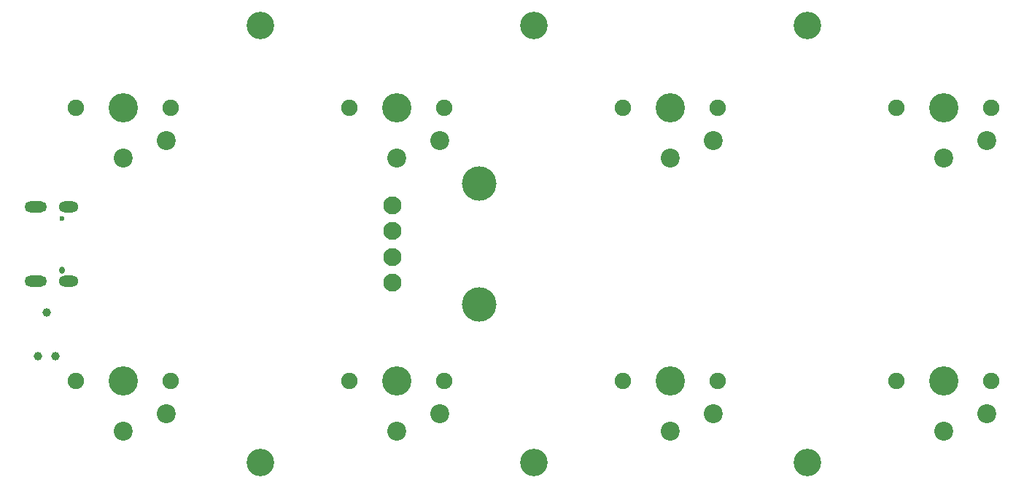
<source format=gbs>
G04 #@! TF.GenerationSoftware,KiCad,Pcbnew,(7.0.0)*
G04 #@! TF.CreationDate,2023-09-26T17:08:46-04:00*
G04 #@! TF.ProjectId,Switch Panel Rev 1,53776974-6368-4205-9061-6e656c205265,rev?*
G04 #@! TF.SameCoordinates,Original*
G04 #@! TF.FileFunction,Soldermask,Bot*
G04 #@! TF.FilePolarity,Negative*
%FSLAX46Y46*%
G04 Gerber Fmt 4.6, Leading zero omitted, Abs format (unit mm)*
G04 Created by KiCad (PCBNEW (7.0.0)) date 2023-09-26 17:08:46*
%MOMM*%
%LPD*%
G01*
G04 APERTURE LIST*
%ADD10C,0.600000*%
%ADD11O,0.600000X0.850000*%
%ADD12O,2.300000X1.300000*%
%ADD13O,2.600000X1.300000*%
%ADD14C,3.200000*%
%ADD15C,4.000000*%
%ADD16C,2.100000*%
%ADD17C,0.990600*%
%ADD18C,1.900000*%
%ADD19C,3.400000*%
%ADD20C,2.200000*%
G04 APERTURE END LIST*
D10*
X43689200Y-63675000D03*
D11*
X43689199Y-69674999D03*
D12*
X44414199Y-62354999D03*
D13*
X40589199Y-62354999D03*
D12*
X44414199Y-70994999D03*
D13*
X40589199Y-70994999D03*
D14*
X130175000Y-92075000D03*
D15*
X92042000Y-73675000D03*
X92042000Y-59675000D03*
D16*
X82042000Y-71175000D03*
X82042000Y-68175000D03*
X82042000Y-65175000D03*
X82042000Y-62175000D03*
D17*
X41884600Y-74625200D03*
X42900600Y-79705200D03*
X40868600Y-79705200D03*
D14*
X66675000Y-92075000D03*
X98425000Y-41275000D03*
X130175000Y-41275000D03*
X66675000Y-41275000D03*
X98425000Y-92075000D03*
D18*
X88050000Y-50800000D03*
D19*
X82550000Y-50800000D03*
D18*
X77050000Y-50800000D03*
D20*
X82550000Y-56700000D03*
X87550000Y-54600000D03*
D18*
X119800000Y-82550000D03*
D19*
X114300000Y-82550000D03*
D18*
X108800000Y-82550000D03*
D20*
X114300000Y-88450000D03*
X119300000Y-86350000D03*
D18*
X151550000Y-50800000D03*
D19*
X146050000Y-50800000D03*
D18*
X140550000Y-50800000D03*
D20*
X146050000Y-56700000D03*
X151050000Y-54600000D03*
D18*
X151550000Y-82550000D03*
D19*
X146050000Y-82550000D03*
D18*
X140550000Y-82550000D03*
D20*
X146050000Y-88450000D03*
X151050000Y-86350000D03*
D18*
X119800000Y-50800000D03*
D19*
X114300000Y-50800000D03*
D18*
X108800000Y-50800000D03*
D20*
X114300000Y-56700000D03*
X119300000Y-54600000D03*
D18*
X56300000Y-50800000D03*
D19*
X50800000Y-50800000D03*
D18*
X45300000Y-50800000D03*
D20*
X50800000Y-56700000D03*
X55800000Y-54600000D03*
D18*
X56300000Y-82550000D03*
D19*
X50800000Y-82550000D03*
D18*
X45300000Y-82550000D03*
D20*
X50800000Y-88450000D03*
X55800000Y-86350000D03*
D18*
X88050000Y-82550000D03*
D19*
X82550000Y-82550000D03*
D18*
X77050000Y-82550000D03*
D20*
X82550000Y-88450000D03*
X87550000Y-86350000D03*
M02*

</source>
